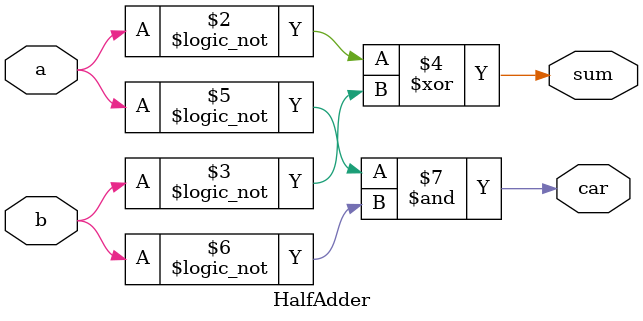
<source format=v>
module HalfAdder ( input a , input b, output reg sum,output reg car );
always @(*) begin
sum = (!a)^(!b);
car = (!a)&(!b);
end
endmodule
</source>
